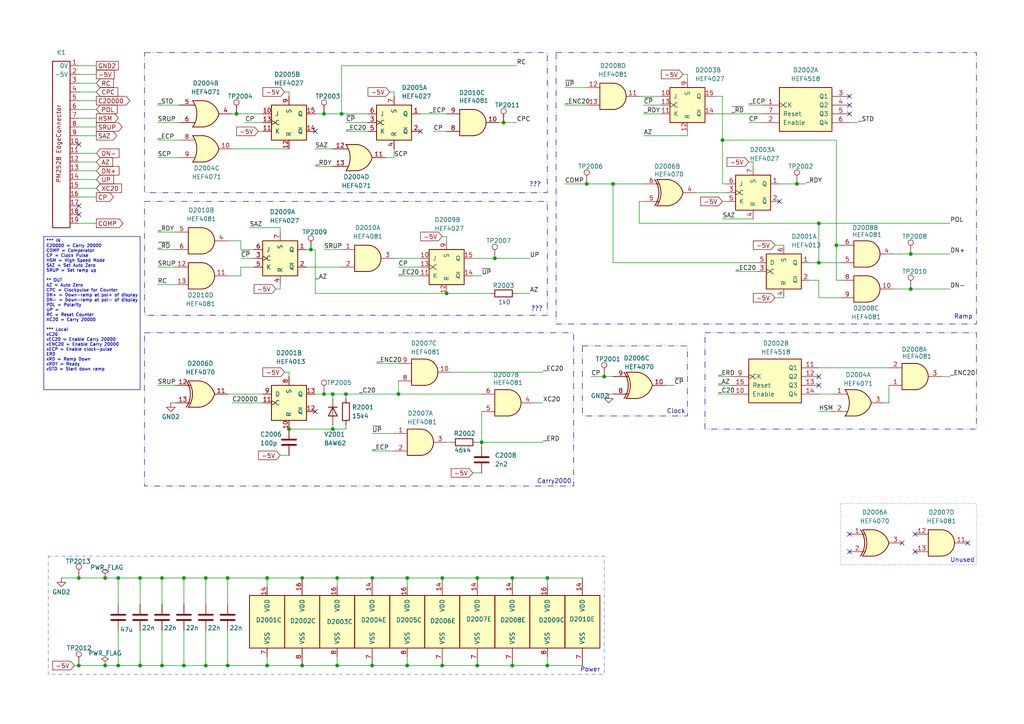
<source format=kicad_sch>
(kicad_sch (version 20231120) (generator "eeschema") (generator_version "8.0")
  (paper "A4")
  (title_block (title "PM2528 N20 (ADC Control)") (date "2024-10-19"))
  (junction (at 59.69 167.64))
  (junction (at 138.43 193.04))
  (junction (at 66.04 193.04))
  (junction (at 175.26 109.22))
  (junction (at 242.57 71.12))
  (junction (at 93.98 33.02))
  (junction (at 100.33 114.3))
  (junction (at 129.54 85.09))
  (junction (at 30.48 193.04))
  (junction (at 96.52 114.3))
  (junction (at 66.04 167.64))
  (junction (at 237.49 76.2))
  (junction (at 53.34 193.04))
  (junction (at 118.11 167.64))
  (junction (at 30.48 167.64))
  (junction (at 68.58 33.02))
  (junction (at 231.14 53.34))
  (junction (at 97.79 167.64))
  (junction (at 99.06 33.02))
  (junction (at 90.17 72.39))
  (junction (at 118.11 193.04))
  (junction (at 22.86 193.04))
  (junction (at 40.64 193.04))
  (junction (at 22.86 167.64))
  (junction (at 138.43 167.64))
  (junction (at 46.99 193.04))
  (junction (at 107.95 193.04))
  (junction (at 87.63 167.64))
  (junction (at 264.16 83.82))
  (junction (at 107.95 167.64))
  (junction (at 34.29 167.64))
  (junction (at 148.59 193.04))
  (junction (at 209.55 40.64))
  (junction (at 264.16 73.66))
  (junction (at 77.47 193.04))
  (junction (at 146.05 35.56))
  (junction (at 53.34 167.64))
  (junction (at 148.59 167.64))
  (junction (at 93.98 114.3))
  (junction (at 170.18 53.34))
  (junction (at 59.69 193.04))
  (junction (at 237.49 64.77))
  (junction (at 158.75 193.04))
  (junction (at 177.8 53.34))
  (junction (at 143.51 74.93))
  (junction (at 83.82 124.46))
  (junction (at 97.79 193.04))
  (junction (at 139.7 128.27))
  (junction (at 34.29 193.04))
  (junction (at 115.57 114.3))
  (junction (at 46.99 167.64))
  (junction (at 128.27 167.64))
  (junction (at 128.27 193.04))
  (junction (at 87.63 193.04))
  (junction (at 77.47 167.64))
  (junction (at 158.75 167.64))
  (junction (at 96.52 124.46))
  (junction (at 40.64 167.64))
  (no_connect (at 91.44 38.1))
  (no_connect (at 246.38 160.02))
  (no_connect (at 91.44 119.38))
  (no_connect (at 22.86 59.69))
  (no_connect (at 261.62 157.48))
  (no_connect (at 246.38 33.02))
  (no_connect (at 265.43 154.94))
  (no_connect (at 121.92 38.1))
  (no_connect (at 237.49 111.76))
  (no_connect (at 246.38 27.94))
  (no_connect (at 280.67 157.48))
  (no_connect (at 237.49 109.22))
  (no_connect (at 246.38 154.94))
  (no_connect (at 265.43 160.02))
  (no_connect (at 226.06 58.42))
  (no_connect (at 246.38 30.48))
  (no_connect (at 22.86 62.23))
  (no_connect (at 22.86 41.91))
  (wire (pts (xy 185.42 64.77) (xy 185.42 58.42)))
  (wire (pts (xy 100.33 38.1) (xy 106.68 38.1)))
  (wire (pts (xy 115.57 114.3) (xy 139.7 114.3)))
  (wire (pts (xy 69.85 69.85) (xy 69.85 72.39)))
  (wire (pts (xy 88.9 77.47) (xy 99.06 77.47)))
  (wire (pts (xy 100.33 123.19) (xy 100.33 124.46)))
  (wire (pts (xy 59.69 167.64) (xy 66.04 167.64)))
  (wire (pts (xy 114.3 27.94) (xy 114.3 26.67)))
  (wire (pts (xy 22.86 52.07) (xy 27.94 52.07)))
  (wire (pts (xy 22.86 167.64) (xy 30.48 167.64)))
  (wire (pts (xy 118.11 167.64) (xy 128.27 167.64)))
  (wire (pts (xy 34.29 167.64) (xy 34.29 175.26)))
  (wire (pts (xy 243.84 71.12) (xy 242.57 71.12)))
  (wire (pts (xy 83.82 26.67) (xy 83.82 27.94)))
  (wire (pts (xy 257.81 116.84) (xy 257.81 111.76)))
  (wire (pts (xy 118.11 190.5) (xy 118.11 193.04)))
  (wire (pts (xy 40.64 167.64) (xy 40.64 175.26)))
  (wire (pts (xy 256.54 116.84) (xy 257.81 116.84)))
  (wire (pts (xy 129.54 68.58) (xy 128.27 68.58)))
  (wire (pts (xy 207.01 27.94) (xy 209.55 27.94)))
  (wire (pts (xy 66.04 80.01) (xy 69.85 80.01)))
  (wire (pts (xy 97.79 167.64) (xy 97.79 170.18)))
  (wire (pts (xy 115.57 80.01) (xy 121.92 80.01)))
  (wire (pts (xy 242.57 71.12) (xy 242.57 40.64)))
  (wire (pts (xy 81.28 67.31) (xy 81.28 66.04)))
  (wire (pts (xy 45.72 82.55) (xy 50.8 82.55)))
  (wire (pts (xy 80.01 83.82) (xy 81.28 83.82)))
  (wire (pts (xy 22.86 31.75) (xy 27.94 31.75)))
  (wire (pts (xy 22.86 36.83) (xy 27.94 36.83)))
  (wire (pts (xy 121.92 33.02) (xy 129.54 33.02)))
  (wire (pts (xy 237.49 64.77) (xy 237.49 76.2)))
  (wire (pts (xy 83.82 132.08) (xy 81.28 132.08)))
  (wire (pts (xy 45.72 67.31) (xy 50.8 67.31)))
  (wire (pts (xy 77.47 193.04) (xy 87.63 193.04)))
  (wire (pts (xy 148.59 193.04) (xy 158.75 193.04)))
  (wire (pts (xy 46.99 167.64) (xy 53.34 167.64)))
  (wire (pts (xy 176.53 114.3) (xy 177.8 114.3)))
  (wire (pts (xy 275.59 64.77) (xy 237.49 64.77)))
  (wire (pts (xy 59.69 182.88) (xy 59.69 193.04)))
  (wire (pts (xy 219.71 76.2) (xy 177.8 76.2)))
  (wire (pts (xy 149.86 19.05) (xy 99.06 19.05)))
  (wire (pts (xy 109.22 105.41) (xy 115.57 105.41)))
  (wire (pts (xy 67.31 43.18) (xy 83.82 43.18)))
  (wire (pts (xy 53.34 182.88) (xy 53.34 193.04)))
  (wire (pts (xy 139.7 128.27) (xy 157.48 128.27)))
  (wire (pts (xy 209.55 40.64) (xy 209.55 53.34)))
  (wire (pts (xy 69.85 74.93) (xy 73.66 74.93)))
  (wire (pts (xy 45.72 77.47) (xy 50.8 77.47)))
  (wire (pts (xy 115.57 77.47) (xy 121.92 77.47)))
  (wire (pts (xy 69.85 72.39) (xy 73.66 72.39)))
  (wire (pts (xy 237.49 86.36) (xy 243.84 86.36)))
  (wire (pts (xy 264.16 83.82) (xy 275.59 83.82)))
  (wire (pts (xy 193.04 111.76) (xy 195.58 111.76)))
  (wire (pts (xy 45.72 45.72) (xy 52.07 45.72)))
  (wire (pts (xy 91.44 43.18) (xy 96.52 43.18)))
  (wire (pts (xy 59.69 167.64) (xy 59.69 175.26)))
  (wire (pts (xy 91.44 72.39) (xy 91.44 85.09)))
  (wire (pts (xy 40.64 167.64) (xy 46.99 167.64)))
  (wire (pts (xy 158.75 190.5) (xy 158.75 193.04)))
  (wire (pts (xy 185.42 64.77) (xy 237.49 64.77)))
  (wire (pts (xy 154.94 116.84) (xy 157.48 116.84)))
  (wire (pts (xy 81.28 83.82) (xy 81.28 82.55)))
  (wire (pts (xy 175.26 109.22) (xy 177.8 109.22)))
  (wire (pts (xy 52.07 35.56) (xy 45.72 35.56)))
  (wire (pts (xy 45.72 40.64) (xy 52.07 40.64)))
  (wire (pts (xy 22.86 21.59) (xy 27.94 21.59)))
  (wire (pts (xy 53.34 167.64) (xy 53.34 175.26)))
  (wire (pts (xy 100.33 114.3) (xy 115.57 114.3)))
  (wire (pts (xy 45.72 111.76) (xy 50.8 111.76)))
  (wire (pts (xy 125.73 38.1) (xy 129.54 38.1)))
  (wire (pts (xy 198.12 21.59) (xy 199.39 21.59)))
  (wire (pts (xy 130.81 107.95) (xy 157.48 107.95)))
  (wire (pts (xy 91.44 85.09) (xy 129.54 85.09)))
  (wire (pts (xy 243.84 81.28) (xy 242.57 81.28)))
  (wire (pts (xy 100.33 124.46) (xy 96.52 124.46)))
  (wire (pts (xy 45.72 30.48) (xy 52.07 30.48)))
  (wire (pts (xy 209.55 27.94) (xy 209.55 40.64)))
  (wire (pts (xy 138.43 167.64) (xy 148.59 167.64)))
  (wire (pts (xy 82.55 26.67) (xy 83.82 26.67)))
  (wire (pts (xy 158.75 167.64) (xy 168.91 167.64)))
  (wire (pts (xy 208.28 114.3) (xy 212.09 114.3)))
  (wire (pts (xy 22.86 54.61) (xy 27.94 54.61)))
  (wire (pts (xy 22.86 34.29) (xy 27.94 34.29)))
  (wire (pts (xy 129.54 128.27) (xy 130.81 128.27)))
  (wire (pts (xy 163.83 30.48) (xy 170.18 30.48)))
  (wire (pts (xy 22.86 193.04) (xy 30.48 193.04)))
  (wire (pts (xy 186.69 30.48) (xy 191.77 30.48)))
  (wire (pts (xy 107.95 193.04) (xy 118.11 193.04)))
  (wire (pts (xy 128.27 193.04) (xy 138.43 193.04)))
  (wire (pts (xy 22.86 26.67) (xy 27.94 26.67)))
  (wire (pts (xy 22.86 64.77) (xy 27.94 64.77)))
  (wire (pts (xy 224.79 71.12) (xy 227.33 71.12)))
  (wire (pts (xy 87.63 167.64) (xy 97.79 167.64)))
  (wire (pts (xy 185.42 58.42) (xy 186.69 58.42)))
  (wire (pts (xy 163.83 25.4) (xy 170.18 25.4)))
  (wire (pts (xy 137.16 74.93) (xy 143.51 74.93)))
  (wire (pts (xy 171.45 109.22) (xy 175.26 109.22)))
  (wire (pts (xy 186.69 33.02) (xy 191.77 33.02)))
  (wire (pts (xy 149.86 85.09) (xy 153.67 85.09)))
  (wire (pts (xy 226.06 53.34) (xy 231.14 53.34)))
  (wire (pts (xy 177.8 53.34) (xy 186.69 53.34)))
  (wire (pts (xy 34.29 167.64) (xy 40.64 167.64)))
  (wire (pts (xy 218.44 46.99) (xy 218.44 48.26)))
  (wire (pts (xy 234.95 76.2) (xy 237.49 76.2)))
  (wire (pts (xy 138.43 193.04) (xy 148.59 193.04)))
  (wire (pts (xy 91.44 33.02) (xy 93.98 33.02)))
  (wire (pts (xy 139.7 128.27) (xy 139.7 119.38)))
  (wire (pts (xy 90.17 72.39) (xy 91.44 72.39)))
  (wire (pts (xy 46.99 193.04) (xy 53.34 193.04)))
  (wire (pts (xy 139.7 129.54) (xy 139.7 128.27)))
  (wire (pts (xy 207.01 33.02) (xy 220.98 33.02)))
  (wire (pts (xy 34.29 193.04) (xy 40.64 193.04)))
  (wire (pts (xy 49.53 116.84) (xy 50.8 116.84)))
  (wire (pts (xy 22.86 29.21) (xy 27.94 29.21)))
  (wire (pts (xy 46.99 182.88) (xy 46.99 193.04)))
  (wire (pts (xy 96.52 114.3) (xy 100.33 114.3)))
  (wire (pts (xy 66.04 182.88) (xy 66.04 193.04)))
  (wire (pts (xy 66.04 167.64) (xy 77.47 167.64)))
  (wire (pts (xy 144.78 35.56) (xy 146.05 35.56)))
  (wire (pts (xy 237.49 106.68) (xy 257.81 106.68)))
  (wire (pts (xy 129.54 85.09) (xy 142.24 85.09)))
  (wire (pts (xy 114.3 26.67) (xy 113.03 26.67)))
  (wire (pts (xy 201.93 55.88) (xy 210.82 55.88)))
  (wire (pts (xy 81.28 66.04) (xy 72.39 66.04)))
  (wire (pts (xy 93.98 33.02) (xy 99.06 33.02)))
  (wire (pts (xy 34.29 182.88) (xy 34.29 193.04)))
  (wire (pts (xy 148.59 167.64) (xy 158.75 167.64)))
  (wire (pts (xy 118.11 167.64) (xy 118.11 170.18)))
  (wire (pts (xy 96.52 114.3) (xy 96.52 115.57)))
  (wire (pts (xy 100.33 35.56) (xy 106.68 35.56)))
  (wire (pts (xy 208.28 109.22) (xy 212.09 109.22)))
  (wire (pts (xy 137.16 80.01) (xy 139.7 80.01)))
  (wire (pts (xy 82.55 107.95) (xy 83.82 107.95)))
  (wire (pts (xy 93.98 72.39) (xy 99.06 72.39)))
  (wire (pts (xy 158.75 167.64) (xy 158.75 170.18)))
  (wire (pts (xy 246.38 35.56) (xy 248.92 35.56)))
  (wire (pts (xy 237.49 76.2) (xy 243.84 76.2)))
  (wire (pts (xy 170.18 53.34) (xy 177.8 53.34)))
  (wire (pts (xy 209.55 58.42) (xy 210.82 58.42)))
  (wire (pts (xy 177.8 53.34) (xy 177.8 76.2)))
  (wire (pts (xy 118.11 193.04) (xy 128.27 193.04)))
  (wire (pts (xy 46.99 167.64) (xy 46.99 175.26)))
  (wire (pts (xy 71.12 35.56) (xy 76.2 35.56)))
  (wire (pts (xy 114.3 45.72) (xy 114.3 43.18)))
  (wire (pts (xy 138.43 128.27) (xy 139.7 128.27)))
  (wire (pts (xy 40.64 182.88) (xy 40.64 193.04)))
  (wire (pts (xy 66.04 69.85) (xy 69.85 69.85)))
  (wire (pts (xy 213.36 78.74) (xy 219.71 78.74)))
  (wire (pts (xy 68.58 33.02) (xy 76.2 33.02)))
  (wire (pts (xy 67.31 33.02) (xy 68.58 33.02)))
  (wire (pts (xy 199.39 21.59) (xy 199.39 22.86)))
  (wire (pts (xy 87.63 193.04) (xy 97.79 193.04)))
  (wire (pts (xy 209.55 63.5) (xy 218.44 63.5)))
  (wire (pts (xy 53.34 193.04) (xy 59.69 193.04)))
  (wire (pts (xy 199.39 38.1) (xy 199.39 39.37)))
  (wire (pts (xy 107.95 130.81) (xy 114.3 130.81)))
  (wire (pts (xy 88.9 72.39) (xy 90.17 72.39)))
  (wire (pts (xy 66.04 114.3) (xy 76.2 114.3)))
  (wire (pts (xy 273.05 109.22) (xy 275.59 109.22)))
  (wire (pts (xy 22.86 19.05) (xy 27.94 19.05)))
  (wire (pts (xy 30.48 193.04) (xy 34.29 193.04)))
  (wire (pts (xy 99.06 19.05) (xy 99.06 33.02)))
  (wire (pts (xy 107.95 167.64) (xy 118.11 167.64)))
  (wire (pts (xy 93.98 114.3) (xy 96.52 114.3)))
  (wire (pts (xy 17.78 167.64) (xy 22.86 167.64)))
  (wire (pts (xy 22.86 39.37) (xy 27.94 39.37)))
  (wire (pts (xy 21.59 193.04) (xy 22.86 193.04)))
  (wire (pts (xy 137.16 137.16) (xy 139.7 137.16)))
  (wire (pts (xy 97.79 190.5) (xy 97.79 193.04)))
  (wire (pts (xy 66.04 167.64) (xy 66.04 175.26)))
  (wire (pts (xy 67.31 116.84) (xy 76.2 116.84)))
  (wire (pts (xy 115.57 110.49) (xy 115.57 114.3)))
  (wire (pts (xy 99.06 33.02) (xy 106.68 33.02)))
  (wire (pts (xy 163.83 53.34) (xy 170.18 53.34)))
  (wire (pts (xy 237.49 119.38) (xy 241.3 119.38)))
  (wire (pts (xy 77.47 167.64) (xy 77.47 170.18)))
  (wire (pts (xy 69.85 80.01) (xy 69.85 77.47)))
  (wire (pts (xy 259.08 73.66) (xy 264.16 73.66)))
  (wire (pts (xy 111.76 45.72) (xy 114.3 45.72)))
  (wire (pts (xy 146.05 35.56) (xy 149.86 35.56)))
  (wire (pts (xy 209.55 53.34) (xy 210.82 53.34)))
  (wire (pts (xy 100.33 115.57) (xy 100.33 114.3)))
  (wire (pts (xy 74.93 38.1) (xy 76.2 38.1)))
  (wire (pts (xy 129.54 69.85) (xy 129.54 68.58)))
  (wire (pts (xy 217.17 35.56) (xy 220.98 35.56)))
  (wire (pts (xy 22.86 24.13) (xy 27.94 24.13)))
  (wire (pts (xy 208.28 111.76) (xy 212.09 111.76)))
  (wire (pts (xy 259.08 83.82) (xy 264.16 83.82)))
  (wire (pts (xy 83.82 107.95) (xy 83.82 109.22)))
  (wire (pts (xy 114.3 74.93) (xy 121.92 74.93)))
  (wire (pts (xy 30.48 167.64) (xy 34.29 167.64)))
  (wire (pts (xy 77.47 190.5) (xy 77.47 193.04)))
  (wire (pts (xy 69.85 77.47) (xy 73.66 77.47)))
  (wire (pts (xy 241.3 114.3) (xy 237.49 114.3)))
  (wire (pts (xy 91.44 48.26) (xy 96.52 48.26)))
  (wire (pts (xy 107.95 125.73) (xy 114.3 125.73)))
  (wire (pts (xy 128.27 167.64) (xy 138.43 167.64)))
  (wire (pts (xy 96.52 123.19) (xy 96.52 124.46)))
  (wire (pts (xy 22.86 49.53) (xy 27.94 49.53)))
  (wire (pts (xy 264.16 73.66) (xy 275.59 73.66)))
  (wire (pts (xy 158.75 193.04) (xy 168.91 193.04)))
  (wire (pts (xy 91.44 114.3) (xy 93.98 114.3)))
  (wire (pts (xy 209.55 40.64) (xy 242.57 40.64)))
  (wire (pts (xy 234.95 81.28) (xy 237.49 81.28)))
  (wire (pts (xy 77.47 167.64) (xy 87.63 167.64)))
  (wire (pts (xy 45.72 72.39) (xy 50.8 72.39)))
  (wire (pts (xy 185.42 27.94) (xy 191.77 27.94)))
  (wire (pts (xy 97.79 167.64) (xy 107.95 167.64)))
  (wire (pts (xy 242.57 81.28) (xy 242.57 71.12)))
  (wire (pts (xy 22.86 46.99) (xy 27.94 46.99)))
  (wire (pts (xy 22.86 57.15) (xy 27.94 57.15)))
  (wire (pts (xy 231.14 53.34) (xy 233.68 53.34)))
  (wire (pts (xy 143.51 74.93) (xy 153.67 74.93)))
  (wire (pts (xy 40.64 193.04) (xy 46.99 193.04)))
  (wire (pts (xy 22.86 44.45) (xy 27.94 44.45)))
  (wire (pts (xy 199.39 39.37) (xy 186.69 39.37)))
  (wire (pts (xy 53.34 167.64) (xy 59.69 167.64)))
  (wire (pts (xy 97.79 193.04) (xy 107.95 193.04)))
  (wire (pts (xy 217.17 46.99) (xy 218.44 46.99)))
  (wire (pts (xy 66.04 193.04) (xy 77.47 193.04)))
  (wire (pts (xy 217.17 30.48) (xy 220.98 30.48)))
  (wire (pts (xy 83.82 124.46) (xy 96.52 124.46)))
  (wire (pts (xy 224.79 86.36) (xy 227.33 86.36)))
  (wire (pts (xy 59.69 193.04) (xy 66.04 193.04)))
  (wire (pts (xy 237.49 81.28) (xy 237.49 86.36)))
  (rectangle (start 161.29 15.24) (end 283.21 93.98) (stroke (width 0) (type dash_dot_dot)))
  (rectangle (start 243.84 146.05) (end 283.21 163.83) (stroke (width 0) (type dot)))
  (rectangle (start 41.91 15.24) (end 158.75 55.88) (stroke (width 0) (type dash_dot_dot)))
  (rectangle (start 41.91 58.42) (end 158.75 91.44) (stroke (width 0) (type dash_dot_dot)))
  (rectangle (start 168.91 100.33) (end 199.39 120.65) (stroke (width 0) (type dash_dot_dot)))
  (rectangle (start 41.91 96.52) (end 166.37 140.97) (stroke (width 0) (type dash_dot_dot)))
  (rectangle (start 204.47 96.52) (end 283.21 124.46) (stroke (width 0) (type dash_dot_dot)))
  (rectangle (start 13.97 161.29) (end 175.26 195.58) (stroke (width 0.0254) (type dash_dot_dot)))
  (text_box "*** IN\nC20000 = Carry 20000\nCOMP = Comperator\nCP = Clock Pulse\nHSM = High Speed Mode\nSAZ = Set Auto Zero\nSRUP = Set ramp up\n\n** OUT\nAZ = Auto Zero\nCPC = Clockpulse for Counter\nDN+ = Down-ramp at pol+ of display\nDN- = Down-ramp at pol- of display\nPOL = Polarity\nUP =\nRC = Reset Counter\nXC20 = Carry 20000\n\n*** Local\nxC20\nxEC20 = Enable Carry 20000\nxENC20 = Enable Carry 20000\nxECP = Enable clock-pulse\nERD\nxRD = Ramp Down\nxRDY = Ready\nxSTD = Start down ramp\n" (at 12.7 68.58 0) (size 27.94 44.45) (effects (font (size 0.889 0.889)) (justify left top)))
  (text "???" (at 155.194 53.594 0) (effects (font (size 1.27 1.27))))
  (text "Ramp" (at 279.4 91.948 0) (effects (font (size 1.27 1.27))))
  (text "???" (at 155.702 89.662 0) (effects (font (size 1.27 1.27))))
  (text "Power" (at 171.196 194.31 0) (effects (font (size 1.27 1.27))))
  (text "Clock" (at 196.088 119.38 0) (effects (font (size 1.27 1.27))))
  (text "Carry2000" (at 160.782 139.7 0) (effects (font (size 1.27 1.27))))
  (text "Unused" (at 279.146 162.56 0) (effects (font (size 1.27 1.27))))
  (label "SAZ" (at 209.55 63.5 0))
  (label "_ECP" (at 107.95 130.81 0))
  (label "C20000" (at 67.31 116.84 0))
  (label "_STD" (at 45.72 30.48 0))
  (label "CP" (at 71.12 35.56 0))
  (label "CP" (at 115.57 77.47 0))
  (label "_RDY" (at 91.44 48.26 0))
  (label "_ECP" (at 217.17 30.48 0))
  (label "CP" (at 217.17 35.56 0))
  (label "SRUP" (at 45.72 111.76 0))
  (label "SRUP" (at 45.72 77.47 0))
  (label "~{_RD}" (at 212.09 33.02 0))
  (label "_ERD" (at 208.28 109.22 0))
  (label "_STD" (at 248.92 35.56 0))
  (label "SCP" (at 114.3 45.72 0))
  (label "_EC20" (at 115.57 80.01 0))
  (label "_RDY" (at 233.68 53.34 0))
  (label "~{UP}" (at 139.7 80.01 0))
  (label "UP" (at 153.67 74.93 0))
  (label "_C20" (at 104.14 114.3 0))
  (label "_ECP" (at 124.46 33.02 0))
  (label "_ENC20" (at 275.59 109.22 0))
  (label "_ECP" (at 45.72 40.64 0))
  (label "_ENC20" (at 109.22 105.41 0))
  (label "_ERD" (at 157.48 128.27 0))
  (label "DN-" (at 275.59 83.82 0))
  (label "XC20" (at 157.48 116.84 0))
  (label "SAZ" (at 72.39 66.04 0))
  (label "AZ" (at 153.67 85.09 0))
  (label "_AZ" (at 208.28 111.76 0))
  (label "~{CP}" (at 186.69 30.48 0))
  (label "CPC" (at 149.86 35.56 0))
  (label "SAZ" (at 91.44 43.18 0))
  (label "SCP" (at 45.72 45.72 0))
  (label "_EC20" (at 157.48 107.95 0))
  (label "~{CP}" (at 195.58 111.76 0))
  (label "~{_RD}" (at 45.72 72.39 0))
  (label "SRUP" (at 93.98 72.39 0))
  (label "DN+" (at 275.59 73.66 0))
  (label "_RDY" (at 186.69 33.02 0))
  (label "~{CP}" (at 69.85 74.93 0))
  (label "_ENC20" (at 163.83 30.48 0))
  (label "AZ" (at 186.69 39.37 0))
  (label "COMP" (at 163.83 53.34 0))
  (label "_EC20" (at 213.36 78.74 0))
  (label "_AZ" (at 91.44 81.28 0))
  (label "SRUP" (at 45.72 35.56 0))
  (label "_EC20" (at 100.33 38.1 0))
  (label "~{CP}" (at 100.33 35.56 0))
  (label "HSM" (at 237.49 119.38 0))
  (label "_C20" (at 208.28 114.3 0))
  (label "CP" (at 125.73 38.1 0))
  (label "_RDY" (at 45.72 67.31 0))
  (label "RC" (at 149.86 19.05 0))
  (label "~{UP}" (at 107.95 125.73 0))
  (label "POL" (at 275.59 64.77 0))
  (label "RC" (at 45.72 82.55 0))
  (label "~{UP}" (at 163.83 25.4 0))
  (label "CP" (at 171.45 109.22 0))
  (global_label "-5V" (shape input) (at 128.27 68.58 180) (property "Intersheetrefs" "${INTERSHEET_REFS}" (effects (hide yes))))
  (global_label "UP" (shape input) (at 27.94 52.07 0) (property "Intersheetrefs" "${INTERSHEET_REFS}" (effects (hide yes))))
  (global_label "-5V" (shape input) (at 113.03 26.67 180) (property "Intersheetrefs" "${INTERSHEET_REFS}" (effects (hide yes))))
  (global_label "-5V" (shape input) (at 80.01 83.82 180) (property "Intersheetrefs" "${INTERSHEET_REFS}" (effects (hide yes))))
  (global_label "COMP" (shape output) (at 27.94 64.77 0) (property "Intersheetrefs" "${INTERSHEET_REFS}" (effects (hide yes))))
  (global_label "-5V" (shape input) (at 82.55 26.67 180) (property "Intersheetrefs" "${INTERSHEET_REFS}" (effects (hide yes))))
  (global_label "GND2" (shape passive) (at 27.94 19.05 0) (property "Intersheetrefs" "${INTERSHEET_REFS}" (effects (hide yes))))
  (global_label "-5V" (shape input) (at 217.17 46.99 180) (property "Intersheetrefs" "${INTERSHEET_REFS}" (effects (hide yes))))
  (global_label "HSM" (shape output) (at 27.94 34.29 0) (property "Intersheetrefs" "${INTERSHEET_REFS}" (effects (hide yes))))
  (global_label "-5V" (shape input) (at 209.55 58.42 180) (property "Intersheetrefs" "${INTERSHEET_REFS}" (effects (hide yes))))
  (global_label "-5V" (shape input) (at 224.79 86.36 180) (property "Intersheetrefs" "${INTERSHEET_REFS}" (effects (hide yes))))
  (global_label "CP" (shape output) (at 27.94 57.15 0) (property "Intersheetrefs" "${INTERSHEET_REFS}" (effects (hide yes))))
  (global_label "C20000" (shape output) (at 27.94 29.21 0) (property "Intersheetrefs" "${INTERSHEET_REFS}" (effects (hide yes))))
  (global_label "RC" (shape input) (at 27.94 24.13 0) (property "Intersheetrefs" "${INTERSHEET_REFS}" (effects (hide yes))))
  (global_label "DN+" (shape input) (at 27.94 49.53 0) (property "Intersheetrefs" "${INTERSHEET_REFS}" (effects (hide yes))))
  (global_label "-5V" (shape input) (at 198.12 21.59 180) (property "Intersheetrefs" "${INTERSHEET_REFS}" (effects (hide yes))))
  (global_label "CPC" (shape input) (at 27.94 26.67 0) (property "Intersheetrefs" "${INTERSHEET_REFS}" (effects (hide yes))))
  (global_label "SRUP" (shape output) (at 27.94 36.83 0) (property "Intersheetrefs" "${INTERSHEET_REFS}" (effects (hide yes))))
  (global_label "-5V" (shape input) (at 74.93 38.1 180) (property "Intersheetrefs" "${INTERSHEET_REFS}" (effects (hide yes))))
  (global_label "-5V" (shape input) (at 82.55 107.95 180) (property "Intersheetrefs" "${INTERSHEET_REFS}" (effects (hide yes))))
  (global_label "-5V" (shape passive) (at 27.94 21.59 0) (property "Intersheetrefs" "${INTERSHEET_REFS}" (effects (hide yes))))
  (global_label "-5V" (shape input) (at 21.59 193.04 180) (property "Intersheetrefs" "${INTERSHEET_REFS}" (effects (hide yes))))
  (global_label "-5V" (shape input) (at 81.28 132.08 180) (property "Intersheetrefs" "${INTERSHEET_REFS}" (effects (hide yes))))
  (global_label "-5V" (shape input) (at 224.79 71.12 180) (property "Intersheetrefs" "${INTERSHEET_REFS}" (effects (hide yes))))
  (global_label "POL" (shape input) (at 27.94 31.75 0) (property "Intersheetrefs" "${INTERSHEET_REFS}" (effects (hide yes))))
  (global_label "XC20" (shape input) (at 27.94 54.61 0) (property "Intersheetrefs" "${INTERSHEET_REFS}" (effects (hide yes))))
  (global_label "SAZ" (shape output) (at 27.94 39.37 0) (property "Intersheetrefs" "${INTERSHEET_REFS}" (effects (hide yes))))
  (global_label "AZ" (shape input) (at 27.94 46.99 0) (property "Intersheetrefs" "${INTERSHEET_REFS}" (effects (hide yes))))
  (global_label "DN-" (shape input) (at 27.94 44.45 0) (property "Intersheetrefs" "${INTERSHEET_REFS}" (effects (hide yes))))
  (global_label "-5V" (shape input) (at 137.16 137.16 180) (property "Intersheetrefs" "${INTERSHEET_REFS}" (effects (hide yes))))
  (symbol (lib_id "Device:R") (at 146.05 85.09 90) (unit 1)
    (property "Reference" "R2003" (at 146.05 82.804 90))
    (property "Value" "1k0" (at 146.304 87.63 90))
    (property "Footprint" "Resistor_THT:R_Axial_DIN0207_L6.3mm_D2.5mm_P10.16mm_Horizontal" (effects (hide yes)))
    (property "Description" "Resistor" (effects (hide yes)))
  )
  (symbol (lib_id "4xxx:4070") (at 254 157.48 0) (unit 1)
    (property "Reference" "D2006" (at 253.6952 148.59 0))
    (property "Value" "HEF4070" (at 253.6952 151.13 0))
    (property "Footprint" "Package_DIP:DIP-14_W7.62mm" (effects (hide yes)))
    (property "Datasheet" "http://www.intersil.com/content/dam/Intersil/documents/cd40/cd4070bms-77bms.pdf" (effects (hide yes)))
    (property "Description" "Quad Xor 2 inputs" (effects (hide yes)))
  )
  (symbol (lib_id "PM2528:PCBEdge_Plugincard") (at 17.78 41.91 0) (unit 1)
    (property "Reference" "K1" (at 17.78 15.24 0))
    (property "Footprint" "Philips_PM2528:PM2528_RiserCardConnector" (effects (hide yes)))
  )
  (symbol (lib_id "4xxx:4027") (at 199.39 30.48 0) (unit 2)
    (property "Reference" "D2003" (at 201.5841 20.32 0) (effects (justify left)))
    (property "Value" "HEF4027" (at 201.5841 22.86 0) (effects (justify left)))
    (property "Footprint" "Package_DIP:DIP-16_W7.62mm" (effects (hide yes)))
    (property "Datasheet" "http://www.intersil.com/content/dam/Intersil/documents/cd40/cd4027bms.pdf" (effects (hide yes)))
    (property "Description" "Dual JK FlipFlop, set & reset" (effects (hide yes)))
  )
  (symbol (lib_id "power:GND2") (at 176.53 114.3 0) (unit 1)
    (property "Reference" "#PWR01" (effects (hide yes)))
    (property "Value" "GND2" (at 173.99 114.808 0))
    (property "Description" "Power symbol creates a global label with name \"GND2\" , ground" (effects (hide yes)))
  )
  (symbol (lib_id "Device:C") (at 66.04 179.07 0) (unit 1)
    (property "Reference" "C2005" (effects (hide yes)))
    (property "Value" "22n" (at 66.548 182.118 0) (effects (justify left)))
    (property "Footprint" "Capacitor_THT:C_Rect_L7.0mm_W2.0mm_P5.00mm" (effects (hide yes)))
    (property "Description" "Unpolarized capacitor" (effects (hide yes)))
  )
  (symbol (lib_id "4xxx:4027") (at 129.54 77.47 0) (unit 2)
    (property "Reference" "D2009" (at 125.984 63.754 0) (effects (justify left)))
    (property "Value" "HEF4027" (at 125.984 66.294 0) (effects (justify left)))
    (property "Footprint" "Package_DIP:DIP-16_W7.62mm" (effects (hide yes)))
    (property "Datasheet" "http://www.intersil.com/content/dam/Intersil/documents/cd40/cd4027bms.pdf" (effects (hide yes)))
    (property "Description" "Dual JK FlipFlop, set & reset" (effects (hide yes)))
  )
  (symbol (lib_id "4xxx:4070") (at 185.42 111.76 0) (mirror x) (unit 3)
    (property "Reference" "D2006" (at 184.658 103.886 0))
    (property "Value" "HEF4070" (at 185.42 106.426 0))
    (property "Footprint" "Package_DIP:DIP-14_W7.62mm" (effects (hide yes)))
    (property "Datasheet" "http://www.intersil.com/content/dam/Intersil/documents/cd40/cd4070bms-77bms.pdf" (effects (hide yes)))
    (property "Description" "Quad Xor 2 inputs" (effects (hide yes)))
  )
  (symbol (lib_id "Device:R") (at 100.33 119.38 0) (unit 1)
    (property "Reference" "R2001" (at 102.108 118.11 0) (effects (justify left)))
    (property "Value" "15k4" (at 102.108 120.65 0) (effects (justify left)))
    (property "Footprint" "Resistor_THT:R_Axial_DIN0207_L6.3mm_D2.5mm_P10.16mm_Horizontal" (effects (hide yes)))
    (property "Description" "Resistor" (effects (hide yes)))
  )
  (symbol (lib_id "Connector:TestPoint") (at 143.51 74.93 0) (unit 1)
    (property "Reference" "TP2007" (at 140.97 69.85 0) (effects (justify left)))
    (property "Value" "TestPoint" (effects (hide yes)))
    (property "Footprint" "Connector_PinHeader_1.00mm:PinHeader_1x01_P1.00mm_Vertical" (effects (hide yes)))
    (property "Description" "test point" (effects (hide yes)))
  )
  (symbol (lib_id "4xxx:4027") (at 83.82 35.56 0) (unit 2)
    (property "Reference" "D2005" (at 79.502 21.59 0) (effects (justify left)))
    (property "Value" "HEF4027" (at 79.502 24.13 0) (effects (justify left)))
    (property "Footprint" "Package_DIP:DIP-16_W7.62mm" (effects (hide yes)))
    (property "Datasheet" "http://www.intersil.com/content/dam/Intersil/documents/cd40/cd4027bms.pdf" (effects (hide yes)))
    (property "Description" "Dual JK FlipFlop, set & reset" (effects (hide yes)))
  )
  (symbol (lib_id "4xxx:4070") (at 58.42 114.3 0) (unit 4)
    (property "Reference" "D2006" (at 58.1152 105.41 0))
    (property "Value" "HEF4070" (at 58.1152 107.95 0))
    (property "Footprint" "Package_DIP:DIP-14_W7.62mm" (effects (hide yes)))
    (property "Datasheet" "http://www.intersil.com/content/dam/Intersil/documents/cd40/cd4070bms-77bms.pdf" (effects (hide yes)))
    (property "Description" "Quad Xor 2 inputs" (effects (hide yes)))
  )
  (symbol (lib_id "4xxx:4518") (at 233.68 30.48 0) (unit 1)
    (property "Reference" "D2002" (at 233.68 20.32 0))
    (property "Value" "HEF4518" (at 233.68 22.86 0))
    (property "Footprint" "Package_DIP:DIP-16_W7.62mm" (effects (hide yes)))
    (property "Datasheet" "http://www.intersil.com/content/dam/Intersil/documents/cd45/cd4518bms-20bms.pdf" (effects (hide yes)))
    (property "Description" "Dual BCD Up-Counter" (effects (hide yes)))
  )
  (symbol (lib_id "Connector:TestPoint") (at 22.86 193.04 0) (unit 1)
    (property "Reference" "TP2012" (at 19.304 187.96 0) (effects (justify left)))
    (property "Value" "TestPoint" (effects (hide yes)))
    (property "Footprint" "Connector_PinHeader_1.00mm:PinHeader_1x01_P1.00mm_Vertical" (effects (hide yes)))
    (property "Description" "test point" (effects (hide yes)))
  )
  (symbol (lib_id "Connector:TestPoint") (at 175.26 109.22 0) (unit 1)
    (property "Reference" "TP2001" (at 172.72 104.14 0) (effects (justify left)))
    (property "Value" "TestPoint" (effects (hide yes)))
    (property "Footprint" "Connector_PinHeader_1.00mm:PinHeader_1x01_P1.00mm_Vertical" (effects (hide yes)))
    (property "Description" "test point" (effects (hide yes)))
  )
  (symbol (lib_id "Device:C") (at 139.7 133.35 0) (unit 1)
    (property "Reference" "C2008" (at 143.51 132.0799 0) (effects (justify left)))
    (property "Value" "2n2" (at 143.51 134.6199 0) (effects (justify left)))
    (property "Footprint" "Capacitor_THT:C_Rect_L7.0mm_W2.0mm_P5.00mm" (effects (hide yes)))
    (property "Description" "Unpolarized capacitor" (effects (hide yes)))
  )
  (symbol (lib_id "Connector:TestPoint") (at 90.17 72.39 0) (unit 1)
    (property "Reference" "TP2009" (at 87.63 67.31 0) (effects (justify left)))
    (property "Value" "TestPoint" (effects (hide yes)))
    (property "Footprint" "Connector_PinHeader_1.00mm:PinHeader_1x01_P1.00mm_Vertical" (effects (hide yes)))
    (property "Description" "test point" (effects (hide yes)))
  )
  (symbol (lib_id "Connector:TestPoint") (at 264.16 83.82 0) (unit 1)
    (property "Reference" "TP2010" (at 261.62 78.74 0) (effects (justify left)))
    (property "Value" "TestPoint" (effects (hide yes)))
    (property "Footprint" "Connector_PinHeader_1.00mm:PinHeader_1x01_P1.00mm_Vertical" (effects (hide yes)))
    (property "Description" "test point" (effects (hide yes)))
  )
  (symbol (lib_id "Connector:TestPoint") (at 93.98 33.02 0) (unit 1)
    (property "Reference" "TP2003" (at 91.44 27.94 0) (effects (justify left)))
    (property "Value" "TestPoint" (effects (hide yes)))
    (property "Footprint" "Connector_PinHeader_1.00mm:PinHeader_1x01_P1.00mm_Vertical" (effects (hide yes)))
    (property "Description" "test point" (effects (hide yes)))
  )
  (symbol (lib_id "4xxx:4071") (at 248.92 116.84 0) (unit 1)
    (property "Reference" "D2004" (at 248.92 108.712 0))
    (property "Value" "HEF4071" (at 248.92 111.252 0))
    (property "Footprint" "Package_DIP:DIP-14_W7.62mm" (effects (hide yes)))
    (property "Datasheet" "http://www.intersil.com/content/dam/Intersil/documents/cd40/cd4071bms-72bms-75bms.pdf" (effects (hide yes)))
    (property "Description" "Quad Or 2 inputs" (effects (hide yes)))
  )
  (symbol (lib_id "Connector:TestPoint") (at 264.16 73.66 0) (unit 1)
    (property "Reference" "TP2008" (at 261.62 68.58 0) (effects (justify left)))
    (property "Value" "TestPoint" (effects (hide yes)))
    (property "Footprint" "Connector_PinHeader_1.00mm:PinHeader_1x01_P1.00mm_Vertical" (effects (hide yes)))
    (property "Description" "test point" (effects (hide yes)))
  )
  (symbol (lib_id "4xxx:4027") (at 97.79 180.34 0) (unit 3)
    (property "Reference" "D2003" (at 94.742 180.34 0) (effects (justify left)))
    (property "Value" "HEF4027" (effects (hide yes)))
    (property "Footprint" "Package_DIP:DIP-16_W7.62mm" (effects (hide yes)))
    (property "Datasheet" "http://www.intersil.com/content/dam/Intersil/documents/cd40/cd4027bms.pdf" (effects (hide yes)))
    (property "Description" "Dual JK FlipFlop, set & reset" (effects (hide yes)))
  )
  (symbol (lib_id "Device:C") (at 46.99 179.07 0) (unit 1)
    (property "Reference" "C2002" (effects (hide yes)))
    (property "Value" "22n" (at 47.498 182.118 0) (effects (justify left)))
    (property "Footprint" "Capacitor_THT:C_Rect_L7.0mm_W2.0mm_P5.00mm" (effects (hide yes)))
    (property "Description" "Unpolarized capacitor" (effects (hide yes)))
  )
  (symbol (lib_id "4xxx:4081") (at 138.43 180.34 0) (unit 5)
    (property "Reference" "D2007" (at 135.128 179.578 0) (effects (justify left)))
    (property "Value" "HEF4081" (effects (hide yes)))
    (property "Footprint" "Package_DIP:DIP-14_W7.62mm" (effects (hide yes)))
    (property "Datasheet" "http://www.intersil.com/content/dam/Intersil/documents/cd40/cd4073bms-81bms-82bms.pdf" (effects (hide yes)))
    (property "Description" "Quad And 2 inputs" (effects (hide yes)))
  )
  (symbol (lib_id "4xxx:4027") (at 118.11 180.34 0) (unit 3)
    (property "Reference" "D2005" (at 114.808 179.832 0) (effects (justify left)))
    (property "Value" "HEF4027" (effects (hide yes)))
    (property "Footprint" "Package_DIP:DIP-16_W7.62mm" (effects (hide yes)))
    (property "Datasheet" "http://www.intersil.com/content/dam/Intersil/documents/cd40/cd4027bms.pdf" (effects (hide yes)))
    (property "Description" "Dual JK FlipFlop, set & reset" (effects (hide yes)))
  )
  (symbol (lib_id "Connector:TestPoint") (at 231.14 53.34 0) (unit 1)
    (property "Reference" "TP2002" (at 228.6 48.26 0) (effects (justify left)))
    (property "Value" "TestPoint" (effects (hide yes)))
    (property "Footprint" "Connector_PinHeader_1.00mm:PinHeader_1x01_P1.00mm_Vertical" (effects (hide yes)))
    (property "Description" "test point" (effects (hide yes)))
  )
  (symbol (lib_id "4xxx:4027") (at 81.28 74.93 0) (unit 1)
    (property "Reference" "D2009" (at 78.232 61.468 0) (effects (justify left)))
    (property "Value" "HEF4027" (at 78.232 64.008 0) (effects (justify left)))
    (property "Footprint" "Package_DIP:DIP-16_W7.62mm" (effects (hide yes)))
    (property "Datasheet" "http://www.intersil.com/content/dam/Intersil/documents/cd40/cd4027bms.pdf" (effects (hide yes)))
    (property "Description" "Dual JK FlipFlop, set & reset" (effects (hide yes)))
  )
  (symbol (lib_id "Connector:TestPoint") (at 146.05 35.56 0) (unit 1)
    (property "Reference" "TP2011" (at 143.51 30.48 0) (effects (justify left)))
    (property "Value" "TestPoint" (effects (hide yes)))
    (property "Footprint" "Connector_PinHeader_1.00mm:PinHeader_1x01_P1.00mm_Vertical" (effects (hide yes)))
    (property "Description" "test point" (effects (hide yes)))
  )
  (symbol (lib_id "4xxx:4081") (at 123.19 107.95 0) (mirror x) (unit 3)
    (property "Reference" "D2007" (at 122.936 99.568 0))
    (property "Value" "HEF4081" (at 123.444 102.108 0))
    (property "Footprint" "Package_DIP:DIP-14_W7.62mm" (effects (hide yes)))
    (property "Datasheet" "http://www.intersil.com/content/dam/Intersil/documents/cd40/cd4073bms-81bms-82bms.pdf" (effects (hide yes)))
    (property "Description" "Quad And 2 inputs" (effects (hide yes)))
  )
  (symbol (lib_id "4xxx:4081") (at 58.42 80.01 0) (unit 4)
    (property "Reference" "D2010" (at 58.166 85.598 0))
    (property "Value" "HEF4081" (at 58.166 88.138 0))
    (property "Footprint" "Package_DIP:DIP-14_W7.62mm" (effects (hide yes)))
    (property "Datasheet" "http://www.intersil.com/content/dam/Intersil/documents/cd40/cd4073bms-81bms-82bms.pdf" (effects (hide yes)))
    (property "Description" "Quad And 2 inputs" (effects (hide yes)))
  )
  (symbol (lib_id "4xxx:4071") (at 59.69 33.02 0) (unit 2)
    (property "Reference" "D2004" (at 59.69 24.13 0))
    (property "Value" "HEF4071" (at 59.69 26.67 0))
    (property "Footprint" "Package_DIP:DIP-14_W7.62mm" (effects (hide yes)))
    (property "Datasheet" "http://www.intersil.com/content/dam/Intersil/documents/cd40/cd4071bms-72bms-75bms.pdf" (effects (hide yes)))
    (property "Description" "Quad Or 2 inputs" (effects (hide yes)))
  )
  (symbol (lib_id "Connector:TestPoint") (at 93.98 114.3 0) (unit 1)
    (property "Reference" "TP2005" (at 94.742 110.998 0) (effects (justify left)))
    (property "Value" "TestPoint" (effects (hide yes)))
    (property "Footprint" "Connector_PinHeader_1.00mm:PinHeader_1x01_P1.00mm_Vertical" (effects (hide yes)))
    (property "Description" "test point" (effects (hide yes)))
  )
  (symbol (lib_id "4xxx:4081") (at 177.8 27.94 0) (unit 4)
    (property "Reference" "D2008" (at 177.7917 19.05 0))
    (property "Value" "HEF4081" (at 177.7917 21.59 0))
    (property "Footprint" "Package_DIP:DIP-14_W7.62mm" (effects (hide yes)))
    (property "Datasheet" "http://www.intersil.com/content/dam/Intersil/documents/cd40/cd4073bms-81bms-82bms.pdf" (effects (hide yes)))
    (property "Description" "Quad And 2 inputs" (effects (hide yes)))
  )
  (symbol (lib_id "4xxx:4071") (at 107.95 180.34 0) (unit 5)
    (property "Reference" "D2004" (at 104.648 179.832 0) (effects (justify left)))
    (property "Value" "HEF4071" (effects (hide yes)))
    (property "Footprint" "Package_DIP:DIP-14_W7.62mm" (effects (hide yes)))
    (property "Datasheet" "http://www.intersil.com/content/dam/Intersil/documents/cd40/cd4071bms-72bms-75bms.pdf" (effects (hide yes)))
    (property "Description" "Quad Or 2 inputs" (effects (hide yes)))
  )
  (symbol (lib_id "4xxx:4518") (at 224.79 109.22 0) (unit 2)
    (property "Reference" "D2002" (at 225.044 99.568 0))
    (property "Value" "HEF4518" (at 225.044 102.108 0))
    (property "Footprint" "Package_DIP:DIP-16_W7.62mm" (effects (hide yes)))
    (property "Datasheet" "http://www.intersil.com/content/dam/Intersil/documents/cd45/cd4518bms-20bms.pdf" (effects (hide yes)))
    (property "Description" "Dual BCD Up-Counter" (effects (hide yes)))
  )
  (symbol (lib_id "4xxx:4518") (at 87.63 180.34 0) (unit 3)
    (property "Reference" "D2002" (at 84.074 180.086 0) (effects (justify left)))
    (property "Value" "HEF4518" (effects (hide yes)))
    (property "Footprint" "Package_DIP:DIP-16_W7.62mm" (effects (hide yes)))
    (property "Datasheet" "http://www.intersil.com/content/dam/Intersil/documents/cd45/cd4518bms-20bms.pdf" (effects (hide yes)))
    (property "Description" "Dual BCD Up-Counter" (effects (hide yes)))
  )
  (symbol (lib_id "4xxx:4081") (at 251.46 73.66 0) (mirror x) (unit 2)
    (property "Reference" "D2008" (at 250.952 66.04 0))
    (property "Value" "HEF4081" (at 251.46 68.072 0))
    (property "Footprint" "Package_DIP:DIP-14_W7.62mm" (effects (hide yes)))
    (property "Datasheet" "http://www.intersil.com/content/dam/Intersil/documents/cd40/cd4073bms-81bms-82bms.pdf" (effects (hide yes)))
    (property "Description" "Quad And 2 inputs" (effects (hide yes)))
  )
  (symbol (lib_id "4xxx:4081") (at 265.43 109.22 0) (mirror x) (unit 1)
    (property "Reference" "D2008" (at 265.176 101.346 0))
    (property "Value" "HEF4081" (at 265.938 103.378 0))
    (property "Footprint" "Package_DIP:DIP-14_W7.62mm" (effects (hide yes)))
    (property "Datasheet" "http://www.intersil.com/content/dam/Intersil/documents/cd40/cd4073bms-81bms-82bms.pdf" (effects (hide yes)))
    (property "Description" "Quad And 2 inputs" (effects (hide yes)))
  )
  (symbol (lib_id "Device:D") (at 96.52 119.38 270) (unit 1)
    (property "Reference" "V2001" (at 93.98 125.984 90) (effects (justify left)))
    (property "Value" "BAW62" (at 93.98 128.524 90) (effects (justify left)))
    (property "Footprint" "Diode_THT:D_T-1_P10.16mm_Horizontal" (effects (hide yes)))
    (property "Description" "Diode" (effects (hide yes)))
    (property "Sim.Device" "D" (effects (hide yes)))
    (property "Sim.Pins" "1=K 2=A" (effects (hide yes)))
  )
  (symbol (lib_id "Connector:TestPoint") (at 170.18 53.34 0) (unit 1)
    (property "Reference" "TP2006" (at 167.64 48.26 0) (effects (justify left)))
    (property "Value" "TestPoint" (effects (hide yes)))
    (property "Footprint" "Connector_PinHeader_1.00mm:PinHeader_1x01_P1.00mm_Vertical" (effects (hide yes)))
    (property "Description" "test point" (effects (hide yes)))
  )
  (symbol (lib_id "4xxx:4071") (at 59.69 43.18 0) (unit 3)
    (property "Reference" "D2004" (at 59.944 48.768 0))
    (property "Value" "HEF4071" (at 59.944 51.308 0))
    (property "Footprint" "Package_DIP:DIP-14_W7.62mm" (effects (hide yes)))
    (property "Datasheet" "http://www.intersil.com/content/dam/Intersil/documents/cd40/cd4071bms-72bms-75bms.pdf" (effects (hide yes)))
    (property "Description" "Quad Or 2 inputs" (effects (hide yes)))
  )
  (symbol (lib_id "power:GND") (at 17.78 167.64 0) (unit 1)
    (property "Reference" "#PWR02" (effects (hide yes)))
    (property "Value" "GND2" (at 17.78 171.704 0))
    (property "Description" "Power symbol creates a global label with name \"GND\" , ground" (effects (hide yes)))
  )
  (symbol (lib_id "4xxx:4081") (at 58.42 69.85 0) (unit 2)
    (property "Reference" "D2010" (at 58.4117 60.96 0))
    (property "Value" "HEF4081" (at 58.4117 63.5 0))
    (property "Footprint" "Package_DIP:DIP-14_W7.62mm" (effects (hide yes)))
    (property "Datasheet" "http://www.intersil.com/content/dam/Intersil/documents/cd40/cd4073bms-81bms-82bms.pdf" (effects (hide yes)))
    (property "Description" "Quad And 2 inputs" (effects (hide yes)))
  )
  (symbol (lib_id "4xxx:4071") (at 104.14 45.72 0) (unit 4)
    (property "Reference" "D2004" (at 103.378 51.308 0))
    (property "Value" "HEF4071" (at 103.378 53.848 0))
    (property "Footprint" "Package_DIP:DIP-14_W7.62mm" (effects (hide yes)))
    (property "Datasheet" "http://www.intersil.com/content/dam/Intersil/documents/cd40/cd4071bms-72bms-75bms.pdf" (effects (hide yes)))
    (property "Description" "Quad Or 2 inputs" (effects (hide yes)))
  )
  (symbol (lib_id "power:PWR_FLAG") (at 30.48 167.64 0) (unit 1)
    (property "Reference" "#FLG02" (effects (hide yes)))
    (property "Value" "PWR_FLAG" (at 30.988 164.592 0))
    (property "Description" "Special symbol for telling ERC where power comes from" (effects (hide yes)))
  )
  (symbol (lib_id "Device:R") (at 134.62 128.27 90) (unit 1)
    (property "Reference" "R2002" (at 137.922 125.73 90) (effects (justify left)))
    (property "Value" "46k4" (at 136.652 130.556 90) (effects (justify left)))
    (property "Footprint" "Resistor_THT:R_Axial_DIN0207_L6.3mm_D2.5mm_P10.16mm_Horizontal" (effects (hide yes)))
    (property "Description" "Resistor" (effects (hide yes)))
  )
  (symbol (lib_id "Connector:TestPoint") (at 68.58 33.02 0) (unit 1)
    (property "Reference" "TP2004" (at 66.04 27.94 0) (effects (justify left)))
    (property "Value" "TestPoint" (effects (hide yes)))
    (property "Footprint" "Connector_PinHeader_1.00mm:PinHeader_1x01_P1.00mm_Vertical" (effects (hide yes)))
    (property "Description" "test point" (effects (hide yes)))
  )
  (symbol (lib_id "Connector:TestPoint") (at 22.86 167.64 0) (unit 1)
    (property "Reference" "TP2013" (at 19.05 162.814 0) (effects (justify left)))
    (property "Value" "TestPoint" (effects (hide yes)))
    (property "Footprint" "Connector_PinHeader_1.00mm:PinHeader_1x01_P1.00mm_Vertical" (effects (hide yes)))
    (property "Description" "test point" (effects (hide yes)))
  )
  (symbol (lib_id "Device:C") (at 40.64 179.07 0) (unit 1)
    (property "Reference" "C2001" (effects (hide yes)))
    (property "Value" "22n" (at 41.148 182.118 0) (effects (justify left)))
    (property "Footprint" "Capacitor_THT:C_Rect_L7.0mm_W2.0mm_P5.00mm" (effects (hide yes)))
    (property "Description" "Unpolarized capacitor" (effects (hide yes)))
  )
  (symbol (lib_id "4xxx:4081") (at 273.05 157.48 0) (unit 4)
    (property "Reference" "D2007" (at 273.0417 148.59 0))
    (property "Value" "HEF4081" (at 273.0417 151.13 0))
    (property "Footprint" "Package_DIP:DIP-14_W7.62mm" (effects (hide yes)))
    (property "Datasheet" "http://www.intersil.com/content/dam/Intersil/documents/cd40/cd4073bms-81bms-82bms.pdf" (effects (hide yes)))
    (property "Description" "Quad And 2 inputs" (effects (hide yes)))
  )
  (symbol (lib_id "4xxx:4013") (at 77.47 180.34 0) (unit 3)
    (property "Reference" "D2001" (at 74.168 179.832 0) (effects (justify left)))
    (property "Value" "HEF4013" (effects (hide yes)))
    (property "Footprint" "Package_DIP:DIP-14_W7.62mm" (effects (hide yes)))
    (property "Datasheet" "http://www.onsemi.com/pub/Collateral/MC14013B-D.PDF" (effects (hide yes)))
    (property "Description" "Dual D  FlipFlop, Set & reset" (effects (hide yes)))
  )
  (symbol (lib_id "4xxx:4070") (at 194.31 55.88 0) (mirror x) (unit 2)
    (property "Reference" "D2006" (at 193.548 48.26 0))
    (property "Value" "HEF4070" (at 194.056 50.546 0))
    (property "Footprint" "Package_DIP:DIP-14_W7.62mm" (effects (hide yes)))
    (property "Datasheet" "http://www.intersil.com/content/dam/Intersil/documents/cd40/cd4070bms-77bms.pdf" (effects (hide yes)))
    (property "Description" "Quad Xor 2 inputs" (effects (hide yes)))
  )
  (symbol (lib_id "4xxx:4070") (at 128.27 180.34 0) (unit 5)
    (property "Reference" "D2006" (at 124.714 180.086 0) (effects (justify left)))
    (property "Value" "HEF4070" (effects (hide yes)))
    (property "Footprint" "Package_DIP:DIP-14_W7.62mm" (effects (hide yes)))
    (property "Datasheet" "http://www.intersil.com/content/dam/Intersil/documents/cd40/cd4070bms-77bms.pdf" (effects (hide yes)))
    (property "Description" "Quad Xor 2 inputs" (effects (hide yes)))
  )
  (symbol (lib_id "4xxx:4081") (at 148.59 180.34 0) (unit 5)
    (property "Reference" "D2008" (at 145.034 179.832 0) (effects (justify left)))
    (property "Value" "HEF4081" (effects (hide yes)))
    (property "Footprint" "Package_DIP:DIP-14_W7.62mm" (effects (hide yes)))
    (property "Datasheet" "http://www.intersil.com/content/dam/Intersil/documents/cd40/cd4073bms-81bms-82bms.pdf" (effects (hide yes)))
    (property "Description" "Quad And 2 inputs" (effects (hide yes)))
  )
  (symbol (lib_id "4xxx:4013") (at 227.33 78.74 0) (unit 1)
    (property "Reference" "D2001" (at 229.5241 68.58 0) (effects (justify left)))
    (property "Value" "HEF4013" (at 229.5241 71.12 0) (effects (justify left)))
    (property "Footprint" "Package_DIP:DIP-14_W7.62mm" (effects (hide yes)))
    (property "Datasheet" "http://www.onsemi.com/pub/Collateral/MC14013B-D.PDF" (effects (hide yes)))
    (property "Description" "Dual D  FlipFlop, Set & reset" (effects (hide yes)))
  )
  (symbol (lib_id "Device:C") (at 59.69 179.07 0) (unit 1)
    (property "Reference" "C2004" (effects (hide yes)))
    (property "Value" "22n" (at 60.198 182.118 0) (effects (justify left)))
    (property "Footprint" "Capacitor_THT:C_Rect_L7.0mm_W2.0mm_P5.00mm" (effects (hide yes)))
    (property "Description" "Unpolarized capacitor" (effects (hide yes)))
  )
  (symbol (lib_id "power:GND") (at 49.53 116.84 0) (unit 1)
    (property "Reference" "#PWR04" (effects (hide yes)))
    (property "Value" "GND2" (at 49.53 120.904 0))
    (property "Description" "Power symbol creates a global label with name \"GND\" , ground" (effects (hide yes)))
  )
  (symbol (lib_id "4xxx:4027") (at 114.3 35.56 0) (unit 1)
    (property "Reference" "D2005" (at 116.4941 25.4 0) (effects (justify left)))
    (property "Value" "HEF4027" (at 116.4941 27.94 0) (effects (justify left)))
    (property "Footprint" "Package_DIP:DIP-16_W7.62mm" (effects (hide yes)))
    (property "Datasheet" "http://www.intersil.com/content/dam/Intersil/documents/cd40/cd4027bms.pdf" (effects (hide yes)))
    (property "Description" "Dual JK FlipFlop, set & reset" (effects (hide yes)))
  )
  (symbol (lib_id "4xxx:4027") (at 158.75 180.34 0) (unit 3)
    (property "Reference" "D2009" (at 156.21 179.832 0) (effects (justify left)))
    (property "Value" "HEF4027" (effects (hide yes)))
    (property "Footprint" "Package_DIP:DIP-16_W7.62mm" (effects (hide yes)))
    (property "Datasheet" "http://www.intersil.com/content/dam/Intersil/documents/cd40/cd4027bms.pdf" (effects (hide yes)))
    (property "Description" "Dual JK FlipFlop, set & reset" (effects (hide yes)))
  )
  (symbol (lib_id "Device:C") (at 53.34 179.07 0) (unit 1)
    (property "Reference" "C2003" (effects (hide yes)))
    (property "Value" "22n" (at 53.848 182.118 0) (effects (justify left)))
    (property "Footprint" "Capacitor_THT:C_Rect_L7.0mm_W2.0mm_P5.00mm" (effects (hide yes)))
    (property "Description" "Unpolarized capacitor" (effects (hide yes)))
  )
  (symbol (lib_id "4xxx:4027") (at 218.44 55.88 0) (unit 1)
    (property "Reference" "D2003" (at 217.424 43.434 0) (effects (justify left)))
    (property "Value" "HEF4027" (at 217.424 45.974 0) (effects (justify left)))
    (property "Footprint" "Package_DIP:DIP-16_W7.62mm" (effects (hide yes)))
    (property "Datasheet" "http://www.intersil.com/content/dam/Intersil/documents/cd40/cd4027bms.pdf" (effects (hide yes)))
    (property "Description" "Dual JK FlipFlop, set & reset" (effects (hide yes)))
  )
  (symbol (lib_id "4xxx:4081") (at 106.68 74.93 0) (unit 1)
    (property "Reference" "D2010" (at 106.6717 66.04 0))
    (property "Value" "HEF4081" (at 106.6717 68.58 0))
    (property "Footprint" "Package_DIP:DIP-14_W7.62mm" (effects (hide yes)))
    (property "Datasheet" "http://www.intersil.com/content/dam/Intersil/documents/cd40/cd4073bms-81bms-82bms.pdf" (effects (hide yes)))
    (property "Description" "Quad And 2 inputs" (effects (hide yes)))
  )
  (symbol (lib_id "4xxx:4081") (at 168.91 180.34 0) (unit 5)
    (property "Reference" "D2010" (at 165.1 179.578 0) (effects (justify left)))
    (property "Value" "HEF4081" (effects (hide yes)))
    (property "Footprint" "Package_DIP:DIP-14_W7.62mm" (effects (hide yes)))
    (property "Datasheet" "http://www.intersil.com/content/dam/Intersil/documents/cd40/cd4073bms-81bms-82bms.pdf" (effects (hide yes)))
    (property "Description" "Quad And 2 inputs" (effects (hide yes)))
  )
  (symbol (lib_id "4xxx:4081") (at 147.32 116.84 0) (mirror x) (unit 2)
    (property "Reference" "D2007" (at 146.812 108.712 0))
    (property "Value" "HEF4081" (at 147.3283 110.998 0))
    (property "Footprint" "Package_DIP:DIP-14_W7.62mm" (effects (hide yes)))
    (property "Datasheet" "http://www.intersil.com/content/dam/Intersil/documents/cd40/cd4073bms-81bms-82bms.pdf" (effects (hide yes)))
    (property "Description" "Quad And 2 inputs" (effects (hide yes)))
  )
  (symbol (lib_id "4xxx:4013") (at 83.82 116.84 0) (unit 2)
    (property "Reference" "D2001" (at 80.01 102.362 0) (effects (justify left)))
    (property "Value" "HEF4013" (at 80.01 104.902 0) (effects (justify left)))
    (property "Footprint" "Package_DIP:DIP-14_W7.62mm" (effects (hide yes)))
    (property "Datasheet" "http://www.onsemi.com/pub/Collateral/MC14013B-D.PDF" (effects (hide yes)))
    (property "Description" "Dual D  FlipFlop, Set & reset" (effects (hide yes)))
  )
  (symbol (lib_id "power:PWR_FLAG") (at 30.48 193.04 0) (unit 1)
    (property "Reference" "#FLG01" (effects (hide yes)))
    (property "Value" "PWR_FLAG" (at 30.48 189.484 0))
    (property "Description" "Special symbol for telling ERC where power comes from" (effects (hide yes)))
  )
  (symbol (lib_id "Device:C") (at 34.29 179.07 0) (unit 1)
    (property "Reference" "C2007" (effects (hide yes)))
    (property "Value" "47u" (at 34.798 182.626 0) (effects (justify left)))
    (property "Footprint" "Capacitor_THT:CP_Axial_L10.0mm_D6.0mm_P15.00mm_Horizontal" (effects (hide yes)))
    (property "Description" "Unpolarized capacitor" (effects (hide yes)))
  )
  (symbol (lib_id "Device:C") (at 83.82 128.27 0) (unit 1)
    (property "Reference" "C2006" (at 75.438 125.984 0) (effects (justify left)))
    (property "Value" "100p" (at 75.438 128.524 0) (effects (justify left)))
    (property "Footprint" "Capacitor_THT:C_Rect_L7.0mm_W2.0mm_P5.00mm" (effects (hide yes)))
    (property "Description" "Unpolarized capacitor" (effects (hide yes)))
  )
  (symbol (lib_id "4xxx:4081") (at 121.92 128.27 0) (unit 1)
    (property "Reference" "D2007" (at 121.92 119.888 0))
    (property "Value" "HEF4081" (at 122.428 122.428 0))
    (property "Footprint" "Package_DIP:DIP-14_W7.62mm" (effects (hide yes)))
    (property "Datasheet" "http://www.intersil.com/content/dam/Intersil/documents/cd40/cd4073bms-81bms-82bms.pdf" (effects (hide yes)))
    (property "Description" "Quad And 2 inputs" (effects (hide yes)))
  )
  (symbol (lib_id "4xxx:4081") (at 251.46 83.82 0) (unit 3)
    (property "Reference" "D2008" (at 251.206 89.408 0))
    (property "Value" "HEF4081" (at 251.206 91.948 0))
    (property "Footprint" "Package_DIP:DIP-14_W7.62mm" (effects (hide yes)))
    (property "Datasheet" "http://www.intersil.com/content/dam/Intersil/documents/cd40/cd4073bms-81bms-82bms.pdf" (effects (hide yes)))
    (property "Description" "Quad And 2 inputs" (effects (hide yes)))
  )
  (symbol (lib_id "4xxx:4081") (at 137.16 35.56 0) (mirror x) (unit 3)
    (property "Reference" "D2010" (at 136.906 26.924 0))
    (property "Value" "HEF4081" (at 137.414 29.21 0))
    (property "Footprint" "Package_DIP:DIP-14_W7.62mm" (effects (hide yes)))
    (property "Datasheet" "http://www.intersil.com/content/dam/Intersil/documents/cd40/cd4073bms-81bms-82bms.pdf" (effects (hide yes)))
    (property "Description" "Quad And 2 inputs" (effects (hide yes)))
  )
)
</source>
